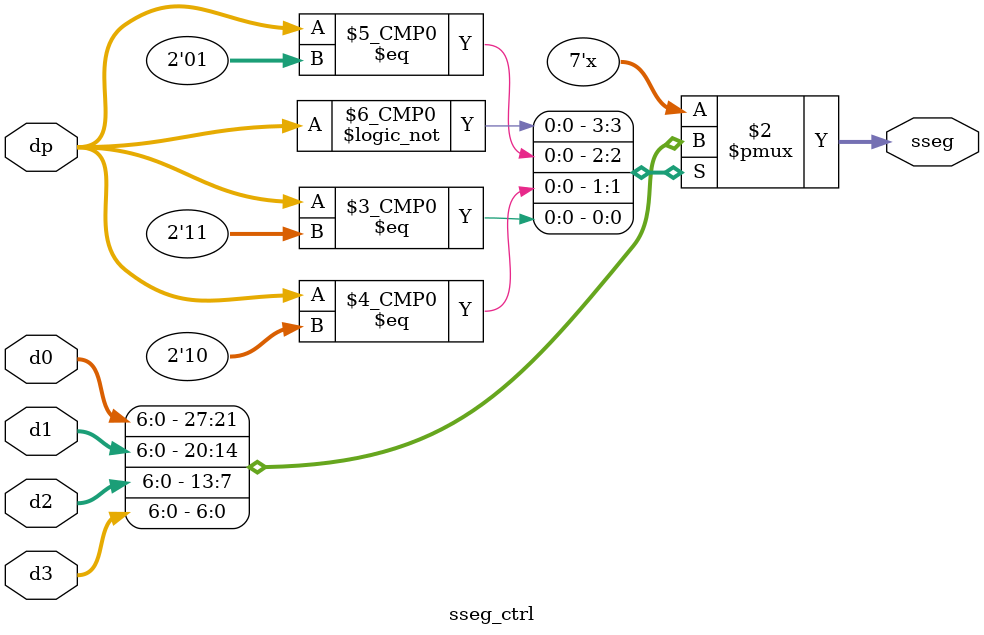
<source format=v>
 `timescale 1ns / 1ps
module sseg_ctrl(
input [1:0] dp,
input [6:0] d0,
input [6:0] d1,
input [6:0] d2,
input [6:0] d3,
output reg [6:0] sseg
    );

always @(dp)
begin
	case(dp)
		0 : sseg = d0;
		1 : sseg = d1;
		2 : sseg = d2;
		3 : sseg = d3;
	endcase
end

endmodule

</source>
